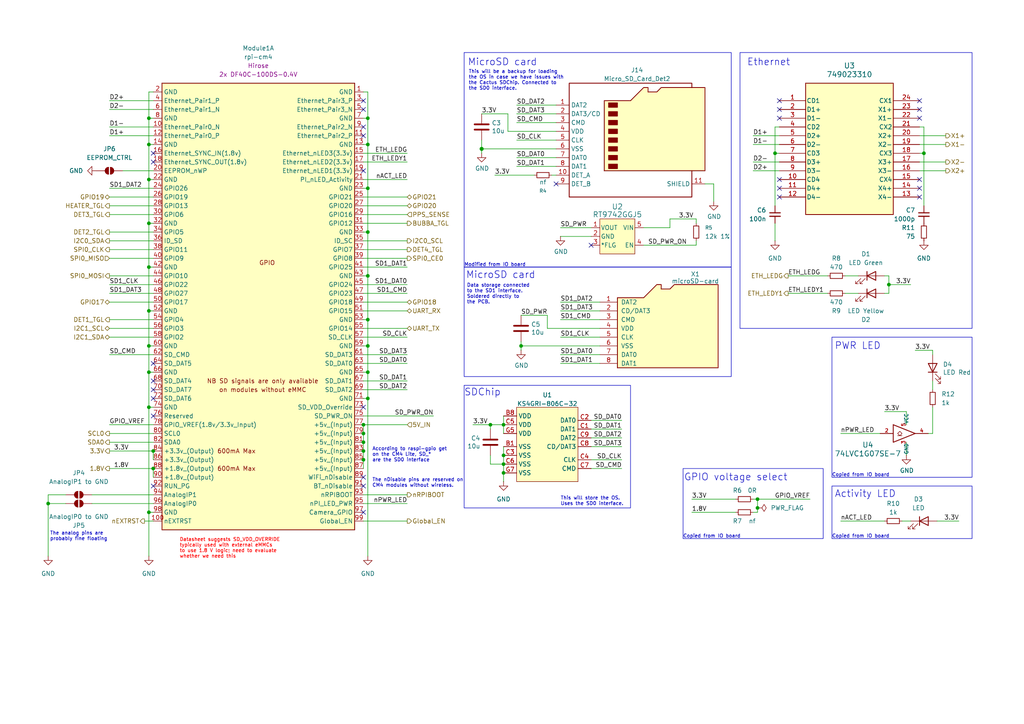
<source format=kicad_sch>
(kicad_sch (version 20250114) (generator "eeschema") (generator_version "9.0")
  (paper "A4")
  (title_block (title "CM4 GPIO interface") (date "2025-10-17") (rev "0.1"))
  (rectangle (start 241.3 140.97) (end 281.94 156.21))
  (rectangle (start 198.12 135.89) (end 238.76 156.21))
  (rectangle (start 134.62 77.47) (end 212.09 109.22))
  (rectangle (start 308.61 5.08) (end 372.11 71.12))
  (rectangle (start 214.63 15.24) (end 281.94 95.25))
  (rectangle (start 134.62 111.76) (end 182.88 147.32))
  (rectangle (start 134.62 15.24) (end 212.09 77.47))
  (rectangle (start 241.3 97.79) (end 281.94 138.43))
  (text "MicroSD card" (at 135.128 81.026 0) (effects (font (size 2 2)) (justify left bottom)))
  (text "Data storage connected\nto the SD1 interface.\nSoldered directly to\nthe PCB." (at 135.382 82.296 0) (effects (font (size 1 1)) (justify left top)))
  (text "Copied from IO board" (at 241.3 156.21 0) (effects (font (size 1 1)) (justify left bottom)))
  (text "This will be a backup for loading\nthe OS in case we have issues with\nthe Cactus SDChip. Connected to\nthe SD0 interface." (at 135.89 20.32 0) (effects (font (size 1 1)) (justify left top)))
  (text "PWR LED" (at 242.062 101.6 0) (effects (font (size 2 2)) (justify left bottom)))
  (text "Datasheet suggests SD_VDD_OVERRIDE\ntypically used with external eMMCs\nto use 1.8 V logic; need to evaluate\nwhether we need this" (at 52.07 162.052 0) (effects (font (size 1 1)) (justify left bottom)))
  (text "Ethernet" (at 216.662 19.304 0) (effects (font (size 2 2)) (justify left bottom)))
  (text "Copied from IO board" (at 198.12 156.21 0) (effects (font (size 1 1)) (justify left bottom)))
  (text "GPIO voltage select\n" (at 198.374 139.7 0) (effects (font (size 2 2)) (justify left bottom)))
  (text "Activity LED" (at 242.062 144.526 0) (effects (font (size 2 2)) (justify left bottom)))
  (text "Do we want same GND on\nboth sides of ethernet?\nLooks like that's how it's\ndone on the CM4IO board." (at 310.642 21.59 0) (effects (font (size 1.25 1.25)) (justify left bottom)))
  (text "According to raspi-gpio get\non the CM4 Lite, SD_*\nare the SD0 interface" (at 107.95 134.112 0) (effects (font (size 1 1)) (justify left bottom)))
  (text "Copied from IO board" (at 241.3 138.43 0) (effects (font (size 1 1)) (justify left bottom)))
  (text "The nDisable pins are reserved on\nCM4 modules without wireless." (at 107.95 141.478 0) (effects (font (size 1 1)) (justify left bottom)))
  (text "SDChip" (at 134.62 115.062 0) (effects (font (size 2 2)) (justify left bottom)))
  (text "MicroSD card" (at 135.636 19.304 0) (effects (font (size 2 2)) (justify left bottom)))
  (text "This will store the OS.\nUses the SD0 interface." (at 162.56 144.018 0) (effects (font (size 1 1)) (justify left top)))
  (text "The analog pins are\nprobably fine floating" (at 14.478 156.972 0) (effects (font (size 1 1)) (justify left bottom)))
  (text "Modified from IO board" (at 134.62 77.47 0) (effects (font (size 1 1)) (justify left bottom)))
  (text "What values of resistors and capacitors\ndo we need for ethernet?" (at 310.642 12.954 0) (effects (font (size 1.25 1.25)) (justify left bottom)))
  (junction (at 105.41 123.19))
  (junction (at 43.18 34.29))
  (junction (at 43.18 52.07))
  (junction (at 146.05 137.16))
  (junction (at 105.41 128.27))
  (junction (at 219.71 147.32))
  (junction (at 43.18 148.59))
  (junction (at 106.68 54.61))
  (junction (at 106.68 41.91))
  (junction (at 43.18 77.47))
  (junction (at 267.97 44.45))
  (junction (at 257.81 82.55))
  (junction (at 105.41 125.73))
  (junction (at 106.68 115.57))
  (junction (at 142.24 123.19))
  (junction (at 106.68 100.33))
  (junction (at 105.41 133.35))
  (junction (at 13.97 146.05))
  (junction (at 151.13 100.33))
  (junction (at 106.68 67.31))
  (junction (at 106.68 92.71))
  (junction (at 43.18 118.11))
  (junction (at 219.71 144.78))
  (junction (at 43.18 107.95))
  (junction (at 139.7 43.18) (diameter 1.016))
  (junction (at 146.05 123.19))
  (junction (at 43.18 41.91))
  (junction (at 106.68 107.95))
  (junction (at 105.41 130.81))
  (junction (at 44.45 130.81))
  (junction (at 106.68 34.29))
  (junction (at 146.05 134.62))
  (junction (at 44.45 135.89))
  (junction (at 146.05 132.08))
  (junction (at 224.79 44.45))
  (junction (at 106.68 80.01))
  (junction (at 43.18 90.17))
  (junction (at 43.18 64.77))
  (junction (at 43.18 100.33))
  (no_connect (at 226.06 52.07))
  (no_connect (at 266.7 34.29))
  (no_connect (at 105.41 29.21))
  (no_connect (at 44.45 115.57))
  (no_connect (at 105.41 36.83))
  (no_connect (at 226.06 54.61))
  (no_connect (at 266.7 52.07))
  (no_connect (at 105.41 39.37))
  (no_connect (at 226.06 57.15))
  (no_connect (at 226.06 29.21))
  (no_connect (at 105.41 49.53))
  (no_connect (at 266.7 57.15))
  (no_connect (at 105.41 140.97))
  (no_connect (at 266.7 31.75))
  (no_connect (at 105.41 138.43))
  (no_connect (at 105.41 118.11))
  (no_connect (at 44.45 140.97))
  (no_connect (at 44.45 113.03))
  (no_connect (at 105.41 148.59))
  (no_connect (at 44.45 46.99))
  (no_connect (at 44.45 110.49))
  (no_connect (at 105.41 31.75))
  (no_connect (at 44.45 120.65))
  (no_connect (at 171.45 71.12))
  (no_connect (at 266.7 54.61))
  (no_connect (at 44.45 44.45))
  (no_connect (at 226.06 34.29))
  (no_connect (at 161.29 53.34))
  (no_connect (at 44.45 105.41))
  (no_connect (at 226.06 31.75))
  (no_connect (at 266.7 29.21))
  (wire (pts (xy 147.32 38.1) (xy 147.32 33.02)))
  (wire (pts (xy 105.41 74.93) (xy 118.11 74.93)))
  (wire (pts (xy 31.75 87.63) (xy 44.45 87.63)))
  (wire (pts (xy 267.97 36.83) (xy 267.97 44.45)))
  (wire (pts (xy 162.56 105.41) (xy 173.99 105.41)))
  (wire (pts (xy 224.79 44.45) (xy 226.06 44.45)))
  (wire (pts (xy 267.97 44.45) (xy 267.97 59.69)))
  (wire (pts (xy 106.68 107.95) (xy 106.68 115.57)))
  (wire (pts (xy 106.68 115.57) (xy 106.68 161.29)))
  (wire (pts (xy 171.45 133.35) (xy 180.34 133.35)))
  (wire (pts (xy 31.75 82.55) (xy 44.45 82.55)))
  (wire (pts (xy 218.44 46.99) (xy 226.06 46.99)))
  (wire (pts (xy 219.71 147.32) (xy 219.71 148.59)))
  (wire (pts (xy 158.75 91.44) (xy 158.75 95.25)))
  (wire (pts (xy 31.75 123.19) (xy 44.45 123.19)))
  (wire (pts (xy 139.7 43.18) (xy 161.29 43.18)))
  (wire (pts (xy 146.05 134.62) (xy 146.05 137.16)))
  (wire (pts (xy 106.68 34.29) (xy 106.68 41.91)))
  (wire (pts (xy 31.75 125.73) (xy 44.45 125.73)))
  (wire (pts (xy 31.75 128.27) (xy 44.45 128.27)))
  (wire (pts (xy 44.45 102.87) (xy 31.75 102.87)))
  (wire (pts (xy 270.51 110.49) (xy 270.51 113.03)))
  (wire (pts (xy 105.41 107.95) (xy 106.68 107.95)))
  (wire (pts (xy 44.45 59.69) (xy 31.75 59.69)))
  (wire (pts (xy 31.75 80.01) (xy 44.45 80.01)))
  (wire (pts (xy 13.97 146.05) (xy 13.97 161.29)))
  (wire (pts (xy 151.13 99.06) (xy 151.13 100.33)))
  (wire (pts (xy 245.11 85.09) (xy 248.92 85.09)))
  (wire (pts (xy 201.93 64.77) (xy 201.93 63.5)))
  (wire (pts (xy 151.13 101.6) (xy 151.13 100.33)))
  (wire (pts (xy 43.18 34.29) (xy 43.18 41.91)))
  (wire (pts (xy 105.41 105.41) (xy 118.11 105.41)))
  (wire (pts (xy 224.79 44.45) (xy 224.79 59.69)))
  (wire (pts (xy 158.75 95.25) (xy 173.99 95.25)))
  (wire (pts (xy 219.71 144.78) (xy 219.71 147.32)))
  (wire (pts (xy 161.29 40.64) (xy 149.86 40.64)))
  (wire (pts (xy 31.75 135.89) (xy 44.45 135.89)))
  (wire (pts (xy 106.68 92.71) (xy 106.68 100.33)))
  (wire (pts (xy 218.44 41.91) (xy 226.06 41.91)))
  (wire (pts (xy 142.24 124.46) (xy 142.24 123.19)))
  (wire (pts (xy 43.18 41.91) (xy 44.45 41.91)))
  (wire (pts (xy 105.41 52.07) (xy 118.11 52.07)))
  (wire (pts (xy 262.89 123.19) (xy 262.89 119.38)))
  (wire (pts (xy 162.56 102.87) (xy 173.99 102.87)))
  (wire (pts (xy 105.41 95.25) (xy 118.11 95.25)))
  (wire (pts (xy 161.29 33.02) (xy 149.86 33.02)))
  (wire (pts (xy 200.66 144.78) (xy 213.36 144.78)))
  (wire (pts (xy 105.41 77.47) (xy 118.11 77.47)))
  (wire (pts (xy 31.75 74.93) (xy 44.45 74.93)))
  (wire (pts (xy 19.05 143.51) (xy 13.97 143.51)))
  (wire (pts (xy 218.44 144.78) (xy 219.71 144.78)))
  (wire (pts (xy 257.81 82.55) (xy 257.81 85.09)))
  (wire (pts (xy 139.7 33.02) (xy 147.32 33.02)))
  (wire (pts (xy 171.45 127) (xy 180.34 127)))
  (wire (pts (xy 149.86 30.48) (xy 161.29 30.48)))
  (wire (pts (xy 226.06 36.83) (xy 224.79 36.83)))
  (wire (pts (xy 105.41 41.91) (xy 106.68 41.91)))
  (wire (pts (xy 43.18 118.11) (xy 43.18 148.59)))
  (wire (pts (xy 137.16 123.19) (xy 142.24 123.19)))
  (wire (pts (xy 228.6 80.01) (xy 240.03 80.01)))
  (wire (pts (xy 43.18 100.33) (xy 43.18 107.95)))
  (wire (pts (xy 270.51 125.73) (xy 269.24 125.73)))
  (wire (pts (xy 266.7 36.83) (xy 267.97 36.83)))
  (wire (pts (xy 106.68 41.91) (xy 106.68 54.61)))
  (wire (pts (xy 43.18 100.33) (xy 44.45 100.33)))
  (wire (pts (xy 105.41 92.71) (xy 106.68 92.71)))
  (wire (pts (xy 142.24 132.08) (xy 142.24 134.62)))
  (wire (pts (xy 41.91 151.13) (xy 44.45 151.13)))
  (wire (pts (xy 142.24 134.62) (xy 146.05 134.62)))
  (wire (pts (xy 44.45 135.89) (xy 44.45 138.43)))
  (wire (pts (xy 160.02 50.8) (xy 161.29 50.8)))
  (wire (pts (xy 204.47 53.34) (xy 207.01 53.34)))
  (wire (pts (xy 270.51 101.6) (xy 270.51 102.87)))
  (wire (pts (xy 266.7 44.45) (xy 267.97 44.45)))
  (wire (pts (xy 31.75 92.71) (xy 44.45 92.71)))
  (wire (pts (xy 271.78 151.13) (xy 278.13 151.13)))
  (wire (pts (xy 224.79 64.77) (xy 224.79 69.85)))
  (wire (pts (xy 43.18 64.77) (xy 43.18 77.47)))
  (wire (pts (xy 186.69 71.12) (xy 201.93 71.12)))
  (wire (pts (xy 105.41 125.73) (xy 105.41 128.27)))
  (wire (pts (xy 194.31 63.5) (xy 201.93 63.5)))
  (wire (pts (xy 106.68 26.67) (xy 106.68 34.29)))
  (wire (pts (xy 105.41 80.01) (xy 106.68 80.01)))
  (wire (pts (xy 105.41 34.29) (xy 106.68 34.29)))
  (wire (pts (xy 105.41 90.17) (xy 118.11 90.17)))
  (wire (pts (xy 105.41 133.35) (xy 105.41 135.89)))
  (wire (pts (xy 43.18 90.17) (xy 44.45 90.17)))
  (wire (pts (xy 31.75 130.81) (xy 44.45 130.81)))
  (wire (pts (xy 118.11 44.45) (xy 105.41 44.45)))
  (wire (pts (xy 257.81 82.55) (xy 264.16 82.55)))
  (wire (pts (xy 243.84 151.13) (xy 256.54 151.13)))
  (wire (pts (xy 105.41 82.55) (xy 118.11 82.55)))
  (wire (pts (xy 43.18 52.07) (xy 43.18 64.77)))
  (wire (pts (xy 257.81 80.01) (xy 257.81 82.55)))
  (wire (pts (xy 265.43 101.6) (xy 270.51 101.6)))
  (wire (pts (xy 105.41 146.05) (xy 118.11 146.05)))
  (wire (pts (xy 186.69 66.04) (xy 194.31 66.04)))
  (wire (pts (xy 142.24 123.19) (xy 146.05 123.19)))
  (wire (pts (xy 43.18 52.07) (xy 44.45 52.07)))
  (wire (pts (xy 43.18 64.77) (xy 44.45 64.77)))
  (wire (pts (xy 171.45 135.89) (xy 180.34 135.89)))
  (wire (pts (xy 139.7 43.18) (xy 139.7 44.45)))
  (wire (pts (xy 31.75 95.25) (xy 44.45 95.25)))
  (wire (pts (xy 257.81 85.09) (xy 256.54 85.09)))
  (wire (pts (xy 105.41 151.13) (xy 118.11 151.13)))
  (wire (pts (xy 31.75 69.85) (xy 44.45 69.85)))
  (wire (pts (xy 35.56 49.53) (xy 44.45 49.53)))
  (wire (pts (xy 105.41 67.31) (xy 106.68 67.31)))
  (wire (pts (xy 162.56 97.79) (xy 173.99 97.79)))
  (wire (pts (xy 31.75 72.39) (xy 44.45 72.39)))
  (wire (pts (xy 146.05 120.65) (xy 146.05 123.19)))
  (wire (pts (xy 162.56 92.71) (xy 173.99 92.71)))
  (wire (pts (xy 146.05 132.08) (xy 146.05 134.62)))
  (wire (pts (xy 218.44 148.59) (xy 219.71 148.59)))
  (wire (pts (xy 105.41 26.67) (xy 106.68 26.67)))
  (wire (pts (xy 44.45 130.81) (xy 44.45 133.35)))
  (wire (pts (xy 149.86 45.72) (xy 161.29 45.72)))
  (wire (pts (xy 106.68 67.31) (xy 106.68 80.01)))
  (wire (pts (xy 171.45 129.54) (xy 180.34 129.54)))
  (wire (pts (xy 105.41 87.63) (xy 118.11 87.63)))
  (wire (pts (xy 43.18 77.47) (xy 43.18 90.17)))
  (wire (pts (xy 162.56 87.63) (xy 173.99 87.63)))
  (wire (pts (xy 105.41 102.87) (xy 118.11 102.87)))
  (wire (pts (xy 207.01 53.34) (xy 207.01 58.42)))
  (wire (pts (xy 105.41 123.19) (xy 118.11 123.19)))
  (wire (pts (xy 105.41 115.57) (xy 106.68 115.57)))
  (wire (pts (xy 266.7 41.91) (xy 274.32 41.91)))
  (wire (pts (xy 31.75 31.75) (xy 44.45 31.75)))
  (wire (pts (xy 43.18 41.91) (xy 43.18 52.07)))
  (wire (pts (xy 105.41 46.99) (xy 118.11 46.99)))
  (wire (pts (xy 105.41 123.19) (xy 105.41 125.73)))
  (wire (pts (xy 105.41 59.69) (xy 118.11 59.69)))
  (wire (pts (xy 31.75 97.79) (xy 44.45 97.79)))
  (wire (pts (xy 43.18 148.59) (xy 44.45 148.59)))
  (wire (pts (xy 218.44 49.53) (xy 226.06 49.53)))
  (wire (pts (xy 105.41 110.49) (xy 118.11 110.49)))
  (wire (pts (xy 151.13 100.33) (xy 173.99 100.33)))
  (wire (pts (xy 149.86 35.56) (xy 161.29 35.56)))
  (wire (pts (xy 256.54 80.01) (xy 257.81 80.01)))
  (wire (pts (xy 43.18 26.67) (xy 43.18 34.29)))
  (wire (pts (xy 105.41 62.23) (xy 118.11 62.23)))
  (wire (pts (xy 151.13 91.44) (xy 158.75 91.44)))
  (wire (pts (xy 105.41 130.81) (xy 105.41 133.35)))
  (wire (pts (xy 171.45 68.58) (xy 162.56 68.58)))
  (wire (pts (xy 200.66 148.59) (xy 213.36 148.59)))
  (wire (pts (xy 105.41 54.61) (xy 106.68 54.61)))
  (wire (pts (xy 31.75 67.31) (xy 44.45 67.31)))
  (wire (pts (xy 245.11 80.01) (xy 248.92 80.01)))
  (wire (pts (xy 105.41 113.03) (xy 118.11 113.03)))
  (wire (pts (xy 243.84 125.73) (xy 255.27 125.73)))
  (wire (pts (xy 118.11 69.85) (xy 105.41 69.85)))
  (wire (pts (xy 105.41 100.33) (xy 106.68 100.33)))
  (wire (pts (xy 105.41 128.27) (xy 105.41 130.81)))
  (wire (pts (xy 162.56 90.17) (xy 173.99 90.17)))
  (wire (pts (xy 43.18 118.11) (xy 44.45 118.11)))
  (wire (pts (xy 13.97 143.51) (xy 13.97 146.05)))
  (wire (pts (xy 118.11 72.39) (xy 105.41 72.39)))
  (wire (pts (xy 266.7 49.53) (xy 274.32 49.53)))
  (wire (pts (xy 270.51 118.11) (xy 270.51 125.73)))
  (wire (pts (xy 26.67 146.05) (xy 44.45 146.05)))
  (wire (pts (xy 218.44 39.37) (xy 226.06 39.37)))
  (wire (pts (xy 262.89 119.38) (xy 256.54 119.38)))
  (wire (pts (xy 171.45 121.92) (xy 180.34 121.92)))
  (wire (pts (xy 162.56 66.04) (xy 171.45 66.04)))
  (wire (pts (xy 219.71 144.78) (xy 234.95 144.78)))
  (wire (pts (xy 31.75 85.09) (xy 44.45 85.09)))
  (wire (pts (xy 201.93 69.85) (xy 201.93 71.12)))
  (wire (pts (xy 146.05 129.54) (xy 146.05 132.08)))
  (wire (pts (xy 43.18 34.29) (xy 44.45 34.29)))
  (wire (pts (xy 43.18 148.59) (xy 43.18 161.29)))
  (wire (pts (xy 180.34 124.46) (xy 171.45 124.46)))
  (wire (pts (xy 106.68 80.01) (xy 106.68 92.71)))
  (wire (pts (xy 105.41 57.15) (xy 118.11 57.15)))
  (wire (pts (xy 161.29 38.1) (xy 147.32 38.1)))
  (wire (pts (xy 43.18 107.95) (xy 43.18 118.11)))
  (wire (pts (xy 31.75 39.37) (xy 44.45 39.37)))
  (wire (pts (xy 106.68 54.61) (xy 106.68 67.31)))
  (wire (pts (xy 26.67 143.51) (xy 44.45 143.51)))
  (wire (pts (xy 139.7 40.64) (xy 139.7 43.18)))
  (wire (pts (xy 194.31 63.5) (xy 194.31 66.04)))
  (wire (pts (xy 146.05 123.19) (xy 146.05 125.73)))
  (wire (pts (xy 43.18 107.95) (xy 44.45 107.95)))
  (wire (pts (xy 105.41 143.51) (xy 118.11 143.51)))
  (wire (pts (xy 261.62 151.13) (xy 264.16 151.13)))
  (wire (pts (xy 105.41 64.77) (xy 118.11 64.77)))
  (wire (pts (xy 105.41 85.09) (xy 118.11 85.09)))
  (wire (pts (xy 43.18 90.17) (xy 43.18 100.33)))
  (wire (pts (xy 105.41 97.79) (xy 118.11 97.79)))
  (wire (pts (xy 44.45 62.23) (xy 31.75 62.23)))
  (wire (pts (xy 143.51 50.8) (xy 154.94 50.8)))
  (wire (pts (xy 266.7 39.37) (xy 274.32 39.37)))
  (wire (pts (xy 13.97 146.05) (xy 19.05 146.05)))
  (wire (pts (xy 43.18 77.47) (xy 44.45 77.47)))
  (wire (pts (xy 44.45 54.61) (xy 31.75 54.61)))
  (wire (pts (xy 44.45 26.67) (xy 43.18 26.67)))
  (wire (pts (xy 228.6 85.09) (xy 240.03 85.09)))
  (wire (pts (xy 31.75 36.83) (xy 44.45 36.83)))
  (wire (pts (xy 266.7 46.99) (xy 274.32 46.99)))
  (wire (pts (xy 224.79 36.83) (xy 224.79 44.45)))
  (wire (pts (xy 31.75 29.21) (xy 44.45 29.21)))
  (wire (pts (xy 146.05 137.16) (xy 146.05 139.7)))
  (wire (pts (xy 161.29 48.26) (xy 149.86 48.26)))
  (wire (pts (xy 44.45 57.15) (xy 31.75 57.15)))
  (wire (pts (xy 262.89 128.27) (xy 262.89 132.08)))
  (wire (pts (xy 105.41 120.65) (xy 125.73 120.65)))
  (wire (pts (xy 106.68 100.33) (xy 106.68 107.95)))
  (label "3.3V" (at 256.54 119.38 0))
  (label "D1-" (at 218.44 41.91 0))
  (label "3.3V" (at 139.7 33.02 0))
  (label "D2-" (at 218.44 46.99 0))
  (label "ETH_LEDY1" (at 118.11 46.99 180))
  (label "nPWR_LED" (at 243.84 125.73 0))
  (label "D1+" (at 218.44 39.37 0))
  (label "1.8V" (at 200.66 148.59 0))
  (label "ETH_LEDG" (at 118.11 44.45 180))
  (label "ETH_LEDY1" (at 228.6 85.09 0))
  (label "SD1_DAT1" (at 162.56 105.41 0))
  (label "SD_PWR_ON" (at 187.96 71.12 0))
  (label "SD1_DAT0" (at 162.56 102.87 0))
  (label "SD_CMD" (at 180.34 135.89 180))
  (label "SD1_CMD" (at 162.56 92.71 0))
  (label "SD_DAT0" (at 118.11 105.41 180))
  (label "SD1_DAT1" (at 118.11 77.47 180))
  (label "3.3V" (at 196.85 63.5 0))
  (label "3.3V" (at 33.02 130.81 0))
  (label "SD_CLK" (at 118.11 97.79 180))
  (label "3.3V" (at 265.43 101.6 0))
  (label "SD_DAT1" (at 149.86 48.26 0))
  (label "D1+" (at 31.75 39.37 0))
  (label "SD_DAT3" (at 149.86 33.02 0))
  (label "3.3V" (at 200.66 144.78 0))
  (label "SD_CLK" (at 149.86 40.64 0))
  (label "D2-" (at 31.75 31.75 0))
  (label "SD_PWR" (at 162.56 66.04 0))
  (label "SD1_DAT2" (at 162.56 87.63 0))
  (label "SD1_CLK" (at 31.75 82.55 0))
  (label "nPWR_LED" (at 118.11 146.05 180))
  (label "SD_DAT2" (at 149.86 30.48 0))
  (label "3.3V" (at 278.13 151.13 180))
  (label "3.3V" (at 137.16 123.19 0))
  (label "SD_DAT2" (at 180.34 127 180))
  (label "ETH_LEDG" (at 228.6 80.01 0))
  (label "nACT_LED" (at 243.84 151.13 0))
  (label "SD1_CMD" (at 118.11 85.09 180))
  (label "SD1_CLK" (at 162.56 97.79 0))
  (label "SD1_DAT0" (at 118.11 82.55 180))
  (label "D1-" (at 31.75 36.83 0))
  (label "GPIO_VREF" (at 234.95 144.78 180))
  (label "GPIO_VREF" (at 31.75 123.19 0))
  (label "SD_DAT2" (at 118.11 113.03 180))
  (label "SD_DAT3" (at 118.11 102.87 180))
  (label "SD_DAT1" (at 180.34 124.46 180))
  (label "SD_PWR" (at 151.13 91.44 0))
  (label "3.3V" (at 264.16 82.55 180))
  (label "D2+" (at 31.75 29.21 0))
  (label "SD_CMD" (at 149.86 35.56 0))
  (label "SD1_DAT3" (at 162.56 90.17 0))
  (label "SD_DAT0" (at 149.86 45.72 0))
  (label "3.3V" (at 143.51 50.8 0))
  (label "nACT_LED" (at 118.11 52.07 180))
  (label "SD_DAT3" (at 180.34 129.54 180))
  (label "SD_CMD" (at 31.75 102.87 0))
  (label "SD_DAT0" (at 180.34 121.92 180))
  (label "SD_CLK" (at 180.34 133.35 180))
  (label "SD1_DAT3" (at 31.75 85.09 0))
  (label "D2+" (at 218.44 49.53 0))
  (label "1.8V" (at 33.02 135.89 0))
  (label "SD_PWR_ON" (at 125.73 120.65 180))
  (label "SD1_DAT2" (at 31.75 54.61 0))
  (label "SD_DAT1" (at 118.11 110.49 180))
  (hierarchical_label "I2C0_SCL" (shape output) (at 118.11 69.85 0))
  (hierarchical_label "X2+" (shape output) (at 274.32 49.53 0))
  (hierarchical_label "SPI0_CLK" (shape output) (at 31.75 72.39 180))
  (hierarchical_label "SPI0_MISO" (shape input) (at 31.75 74.93 180))
  (hierarchical_label "I2C1_SCL" (shape bidirectional) (at 31.75 95.25 180))
  (hierarchical_label "DET3_TGL" (shape output) (at 31.75 62.23 180))
  (hierarchical_label "BUBBA_TGL" (shape output) (at 118.11 64.77 0))
  (hierarchical_label "I2C0_SDA" (shape output) (at 31.75 69.85 180))
  (hierarchical_label "nEXTRST" (shape output) (at 41.91 151.13 180))
  (hierarchical_label "1.8V" (shape output) (at 31.75 135.89 180))
  (hierarchical_label "Global_EN" (shape output) (at 118.11 151.13 0))
  (hierarchical_label "UART_TX" (shape bidirectional) (at 118.11 95.25 0))
  (hierarchical_label "HEATER_TGL" (shape output) (at 31.75 59.69 180))
  (hierarchical_label "GPIO19" (shape bidirectional) (at 31.75 57.15 180))
  (hierarchical_label "DET1_TGL" (shape output) (at 31.75 92.71 180))
  (hierarchical_label "DET4_TGL" (shape output) (at 118.11 72.39 0))
  (hierarchical_label "SDA0" (shape output) (at 31.75 128.27 180))
  (hierarchical_label "DET2_TGL" (shape output) (at 31.75 67.31 180))
  (hierarchical_label "UART_RX" (shape bidirectional) (at 118.11 90.17 0))
  (hierarchical_label "SPI0_MOSI" (shape output) (at 31.75 80.01 180))
  (hierarchical_label "I2C1_SDA" (shape bidirectional) (at 31.75 97.79 180))
  (hierarchical_label "SPI0_CE0" (shape output) (at 118.11 74.93 0))
  (hierarchical_label "X1+" (shape output) (at 274.32 39.37 0))
  (hierarchical_label "X2-" (shape output) (at 274.32 46.99 0))
  (hierarchical_label "ETH_LEDY1" (shape output) (at 228.6 85.09 180))
  (hierarchical_label "PPS_SENSE" (shape input) (at 118.11 62.23 0))
  (hierarchical_label "GPIO20" (shape bidirectional) (at 118.11 59.69 0))
  (hierarchical_label "ETH_LEDG" (shape output) (at 228.6 80.01 180))
  (hierarchical_label "GPIO18" (shape bidirectional) (at 118.11 87.63 0))
  (hierarchical_label "SCL0" (shape output) (at 31.75 125.73 180))
  (hierarchical_label "5V_IN" (shape input) (at 118.11 123.19 0))
  (hierarchical_label "3.3V" (shape output) (at 31.75 130.81 180))
  (hierarchical_label "X1-" (shape output) (at 274.32 41.91 0))
  (hierarchical_label "nRPIBOOT" (shape output) (at 118.11 143.51 0))
  (hierarchical_label "GPIO17" (shape bidirectional) (at 31.75 87.63 180))
  (hierarchical_label "GPIO21" (shape bidirectional) (at 118.11 57.15 0))
  (symbol (lib_id "power:GND") (at 162.56 68.58 0) (unit 1)
    (property "Reference" "#PWR020" (effects (hide yes)))
    (property "Value" "GND" (at 162.687 72.9742 0))
  )
  (symbol (lib_id "Device:C") (at 139.7 36.83 0) (unit 1)
    (property "Reference" "C3" (at 142.621 35.6616 0) (effects (justify left)))
    (property "Value" "10u" (at 142.621 37.973 0) (effects (justify left)))
    (property "Footprint" "Capacitor_SMD:C_1206_3216Metric" (effects (hide yes)))
    (property "Datasheet" "https://search.murata.co.jp/Ceramy/image/img/A01X/G101/ENG/GRM21BR71A106KA73-01.pdf" (effects (hide yes)))
    (property "Field5" "490-14381-1-ND" (effects (hide yes)))
    (property "Field4" "Digikey" (effects (hide yes)))
    (property "Field6" "GRM21BR71A106KA73L" (effects (hide yes)))
    (property "Field7" "Murata" (effects (hide yes)))
    (property "Part Description" "	10uF 10% 10V Ceramic Capacitor X7R 0805 (2012 Metric)" (effects (hide yes)))
    (property "Field8" "111893011" (effects (hide yes)))
  )
  (symbol (lib_id "power:GND") (at 139.7 44.45 0) (unit 1)
    (property "Reference" "#PWR017" (effects (hide yes)))
    (property "Value" "GND" (at 139.827 48.8442 0))
  )
  (symbol (lib_id "power:GND") (at 207.01 58.42 0) (unit 1)
    (property "Reference" "#PWR021" (effects (hide yes)))
    (property "Value" "GND" (at 207.137 62.8142 0))
  )
  (symbol (lib_id "Jumper:SolderJumper_2_Open") (at 22.86 146.05 0) (mirror x) (unit 1) (in_bom no)
    (property "Reference" "JP5" (at 22.86 152.4 0))
    (property "Value" "AnalogIP0 to GND" (at 22.86 149.86 0))
    (property "Footprint" "Jumper:SolderJumper-2_P1.3mm_Open_Pad1.0x1.5mm" (effects (hide yes)))
    (property "Description" "Solder Jumper, 2-pole, open" (effects (hide yes)))
  )
  (symbol (lib_id "Device:R_Small") (at 242.57 85.09 90) (mirror x) (unit 1)
    (property "Reference" "R9" (at 242.57 90.17 90))
    (property "Value" "470" (at 242.57 87.63 90))
    (property "Footprint" "Resistor_SMD:R_1206_3216Metric" (effects (hide yes)))
    (property "Description" "Resistor, small symbol" (effects (hide yes)))
  )
  (symbol (lib_id "Device:R_Small") (at 215.9 148.59 90) (mirror x) (unit 1)
    (property "Reference" "R7" (at 213.868 151.13 90))
    (property "Value" "nf" (at 218.186 151.13 90))
    (property "Footprint" "Resistor_SMD:R_1206_3216Metric_Pad1.30x1.75mm_HandSolder" (effects (hide yes)))
    (property "Description" "Resistor, small symbol" (effects (hide yes)))
  )
  (symbol (lib_id "power:GND") (at 151.13 101.6 0) (unit 1)
    (property "Reference" "#PWR019" (effects (hide yes)))
    (property "Value" "GND" (at 151.257 105.9942 0))
  )
  (symbol (lib_id "power:GND") (at 13.97 161.29 0) (unit 1)
    (property "Reference" "#PWR013" (effects (hide yes)))
    (property "Value" "GND" (at 13.97 166.37 0))
    (property "Description" "Power symbol creates a global label with name \"GND\" , ground" (effects (hide yes)))
  )
  (symbol (lib_id "Device:R_Small") (at 270.51 115.57 0) (mirror y) (unit 1)
    (property "Reference" "R12" (at 273.05 114.2999 0) (effects (justify right)))
    (property "Value" "1k" (at 273.05 116.8399 0) (effects (justify right)))
    (property "Footprint" "Resistor_SMD:R_1206_3216Metric" (effects (hide yes)))
    (property "Description" "Resistor, small symbol" (effects (hide yes)))
  )
  (symbol (lib_id "Device:LED") (at 270.51 106.68 90) (unit 1)
    (property "Reference" "D4" (at 273.4818 105.6894 90) (effects (justify right)))
    (property "Value" "LED Red" (at 273.4818 108.0008 90) (effects (justify right)))
    (property "Footprint" "LED_SMD:LED_0603_1608Metric" (effects (hide yes)))
    (property "Description" "Light emitting diode" (effects (hide yes)))
    (property "Field4" "Digikey " (effects (hide yes)))
    (property "Field5" "	LTST-S270KRKT" (effects (hide yes)))
    (property "Field6" "SML-A12U8TT86Q" (effects (hide yes)))
    (property "Field7" "Rohm" (effects (hide yes)))
    (property "Field8" "650295101" (effects (hide yes)))
    (property "Part Description" "	Red 620nm LED Indication - Discrete 2.2V 2-SMD, No Lead" (effects (hide yes)))
    (property "Sim.Pins" "1=K 2=A" (effects (hide yes)))
  )
  (symbol (lib_id "power:GND") (at 106.68 161.29 0) (unit 1)
    (property "Reference" "#PWR016" (effects (hide yes)))
    (property "Value" "GND" (at 106.68 166.37 0))
    (property "Description" "Power symbol creates a global label with name \"GND\" , ground" (effects (hide yes)))
  )
  (symbol (lib_id "fc-board:Micro_SD_Card_Det2") (at 184.15 40.64 0) (unit 1)
    (property "Reference" "J14" (at 184.785 20.32 0))
    (property "Value" "Micro_SD_Card_Det2" (at 184.785 22.86 0))
    (property "Footprint" "fc-board:molex-503398-1892" (effects (hide yes)))
    (property "Datasheet" "https://www.hirose.com/en/product/document?clcode=&productname=&series=DM3&documenttype=Catalog&lang=en&documentid=D49662_en" (effects (hide yes)))
    (property "Description" "Micro SD Card Socket with two card detection pins" (effects (hide yes)))
  )
  (symbol (lib_id "fc-board:KS4GRI-806C-32") (at 158.75 129.54 0) (unit 1)
    (property "Reference" "U1" (at 158.75 114.554 0))
    (property "Value" "KS4GRI-806C-32" (at 158.75 117.094 0))
    (property "Footprint" "fc-board:KS4GRI-806C-32" (effects (hide yes)))
    (property "Datasheet" "https://cactustech.egnyte.com/dl/xKqCPKVW979D" (effects (hide yes)))
  )
  (symbol (lib_id "Device:C_Small") (at 267.97 62.23 0) (unit 1)
    (property "Reference" "C7" (at 265.43 60.9662 0) (effects (justify right)))
    (property "Value" "1000p" (at 265.43 63.5062 0) (effects (justify right)))
    (property "Footprint" "Capacitor_SMD:C_1206_3216Metric" (effects (hide yes)))
    (property "Description" "Unpolarized capacitor, small symbol" (effects (hide yes)))
  )
  (symbol (lib_id "fc-board:RT9742GGJ5") (at 179.07 68.58 0) (unit 1)
    (property "Reference" "U2" (at 179.07 59.944 0) (effects (font (size 1.524 1.524))))
    (property "Value" "RT9742GGJ5" (at 179.07 62.23 0) (effects (font (size 1.524 1.524))))
    (property "Footprint" "fc-board:RT9742GGJ5" (effects (hide yes)))
    (property "Datasheet" "RT9742GGJ5" (effects (hide yes)))
  )
  (symbol (lib_id "Device:LED") (at 252.73 80.01 0) (unit 1)
    (property "Reference" "D1" (at 251.1425 73.66 0))
    (property "Value" "LED Green" (at 251.1425 76.2 0))
    (property "Footprint" "LED_SMD:LED_0603_1608Metric" (effects (hide yes)))
    (property "Description" "Light emitting diode" (effects (hide yes)))
    (property "Sim.Pins" "1=K 2=A" (effects (hide yes)))
  )
  (symbol (lib_id "power:GND") (at 27.94 49.53 270) (unit 1)
    (property "Reference" "#PWR014" (effects (hide yes)))
    (property "Value" "GND" (at 24.13 49.5299 90) (effects (justify right)))
    (property "Description" "Power symbol creates a global label with name \"GND\" , ground" (effects (hide yes)))
  )
  (symbol (lib_id "Device:C") (at 142.24 128.27 0) (mirror y) (unit 1)
    (property "Reference" "C4" (at 139.319 127.1016 0) (effects (justify left)))
    (property "Value" "10u" (at 139.319 129.413 0) (effects (justify left)))
    (property "Footprint" "Capacitor_SMD:C_1206_3216Metric" (effects (hide yes)))
    (property "Datasheet" "https://search.murata.co.jp/Ceramy/image/img/A01X/G101/ENG/GRM21BR71A106KA73-01.pdf" (effects (hide yes)))
    (property "Field5" "490-14381-1-ND" (effects (hide yes)))
    (property "Field4" "Digikey" (effects (hide yes)))
    (property "Field6" "GRM21BR71A106KA73L" (effects (hide yes)))
    (property "Field7" "Murata" (effects (hide yes)))
    (property "Part Description" "	10uF 10% 10V Ceramic Capacitor X7R 0805 (2012 Metric)" (effects (hide yes)))
    (property "Field8" "111893011" (effects (hide yes)))
  )
  (symbol (lib_id "Device:R_Small") (at 259.08 151.13 90) (unit 1)
    (property "Reference" "R10" (at 259.08 146.05 90))
    (property "Value" "1k" (at 259.08 148.59 90))
    (property "Footprint" "Resistor_SMD:R_1206_3216Metric" (effects (hide yes)))
    (property "Description" "Resistor, small symbol" (effects (hide yes)))
  )
  (symbol (lib_id "power:GND") (at 146.05 139.7 0) (unit 1)
    (property "Reference" "#PWR018" (effects (hide yes)))
    (property "Value" "GND" (at 146.05 144.78 0))
    (property "Description" "Power symbol creates a global label with name \"GND\" , ground" (effects (hide yes)))
  )
  (symbol (lib_id "power:GND") (at 224.79 69.85 0) (unit 1)
    (property "Reference" "#PWR022" (effects (hide yes)))
    (property "Value" "GND" (at 224.79 74.93 0))
    (property "Description" "Power symbol creates a global label with name \"GND\" , ground" (effects (hide yes)))
  )
  (symbol (lib_id "fc-board:74LVC1G07SE-7") (at 261.62 125.73 0) (unit 1)
    (property "Reference" "U4" (at 251.714 129.032 0) (effects (font (size 1.524 1.524))))
    (property "Value" "74LVC1G07SE-7" (at 251.714 131.572 0) (effects (font (size 1.524 1.524))))
    (property "Footprint" "fc-board:74LVC1G07SE_7" (effects (hide yes)))
    (property "Datasheet" "https://www.diodes.com/assets/Datasheets/74LVC1G07.pdf" (effects (hide yes)))
    (property "Description" "Buffer, Non-Inverting 1 Element 1 Bit per Element Open Drain" (effects (hide yes)))
  )
  (symbol (lib_id "fc-board:749023310") (at 226.06 29.21 0) (unit 1)
    (property "Reference" "U3" (at 246.38 19.05 0) (effects (font (size 1.524 1.524))))
    (property "Value" "749023310" (at 246.38 21.59 0) (effects (font (size 1.524 1.524))))
    (property "Footprint" "fc-board:749023310" (effects (hide yes)))
    (property "Datasheet" "749023310" (effects (hide yes)))
  )
  (symbol (lib_id "Device:R_Small") (at 157.48 50.8 90) (unit 1)
    (property "Reference" "R4" (at 157.48 55.372 90) (effects (font (size 1.016 1.016))))
    (property "Value" "nf" (at 157.48 52.832 90))
    (property "Footprint" "Resistor_SMD:R_1206_3216Metric_Pad1.30x1.75mm_HandSolder" (effects (hide yes)))
    (property "Description" "Resistor, small symbol" (effects (hide yes)))
  )
  (symbol (lib_id "Device:R_Small") (at 215.9 144.78 90) (unit 1)
    (property "Reference" "R6" (at 213.868 142.24 90))
    (property "Value" "0R" (at 218.186 142.24 90))
    (property "Footprint" "Resistor_SMD:R_1206_3216Metric_Pad1.30x1.75mm_HandSolder" (effects (hide yes)))
    (property "Description" "Resistor, small symbol" (effects (hide yes)))
  )
  (symbol (lib_id "power:GND") (at 43.18 161.29 0) (unit 1)
    (property "Reference" "#PWR015" (effects (hide yes)))
    (property "Value" "GND" (at 43.18 166.37 0))
    (property "Description" "Power symbol creates a global label with name \"GND\" , ground" (effects (hide yes)))
  )
  (symbol (lib_id "fc-board:microSD-card") (at 194.31 95.25 0) (unit 1)
    (property "Reference" "X1" (at 201.676 79.502 0))
    (property "Value" "microSD-card" (at 201.676 81.534 0))
    (property "Footprint" "fc-board:microSD-card" (effects (hide yes)))
    (property "Description" "Modified from: https://www.dotmana.com/weblog/2015/08/microsd-card-reflow-quick-and-dirty-pcb-with-kicad/" (effects (hide yes)))
  )
  (symbol (lib_id "Device:C_Small") (at 224.79 62.23 0) (unit 1)
    (property "Reference" "C6" (at 222.25 60.9662 0) (effects (justify right)))
    (property "Value" "100n" (at 222.25 63.5062 0) (effects (justify right)))
    (property "Footprint" "Capacitor_SMD:C_1206_3216Metric" (effects (hide yes)))
    (property "Description" "Unpolarized capacitor, small symbol" (effects (hide yes)))
  )
  (symbol (lib_id "Device:C") (at 151.13 95.25 0) (unit 1)
    (property "Reference" "C5" (at 154.051 94.0816 0) (effects (justify left)))
    (property "Value" "10u" (at 154.051 96.393 0) (effects (justify left)))
    (property "Footprint" "Capacitor_SMD:C_1206_3216Metric" (effects (hide yes)))
    (property "Datasheet" "https://search.murata.co.jp/Ceramy/image/img/A01X/G101/ENG/GRM21BR71A106KA73-01.pdf" (effects (hide yes)))
    (property "Field5" "490-14381-1-ND" (effects (hide yes)))
    (property "Field4" "Digikey" (effects (hide yes)))
    (property "Field6" "GRM21BR71A106KA73L" (effects (hide yes)))
    (property "Field7" "Murata" (effects (hide yes)))
    (property "Part Description" "	10uF 10% 10V Ceramic Capacitor X7R 0805 (2012 Metric)" (effects (hide yes)))
    (property "Field8" "111893011" (effects (hide yes)))
  )
  (symbol (lib_id "power:GND") (at 267.97 69.85 0) (unit 1)
    (property "Reference" "#PWR024" (effects (hide yes)))
    (property "Value" "GND" (at 267.97 74.93 0))
    (property "Description" "Power symbol creates a global label with name \"GND\" , ground" (effects (hide yes)))
  )
  (symbol (lib_id "Device:R_Small") (at 242.57 80.01 90) (unit 1)
    (property "Reference" "R8" (at 242.57 74.93 90))
    (property "Value" "470" (at 242.57 77.47 90))
    (property "Footprint" "Resistor_SMD:R_1206_3216Metric" (effects (hide yes)))
    (property "Description" "Resistor, small symbol" (effects (hide yes)))
  )
  (symbol (lib_id "fc-board:rpi-cm4") (at 77.47 82.55 0) (unit 1)
    (property "Reference" "Module1" (at 74.93 13.97 0))
    (property "Value" "rpi-cm4" (at 74.93 16.51 0))
    (property "Footprint" "fc-board:rpi-cm4" (effects (hide yes)))
    (property "Field4" "Hirose" (at 74.93 19.05 0))
    (property "Field5" "2x DF40C-100DS-0.4V" (at 74.93 21.59 0))
  )
  (symbol (lib_id "Jumper:SolderJumper_2_Open") (at 31.75 49.53 0) (unit 1) (in_bom no)
    (property "Reference" "JP6" (at 31.75 43.18 0))
    (property "Value" "EEPROM_CTRL" (at 31.75 45.72 0))
    (property "Footprint" "Jumper:SolderJumper-2_P1.3mm_Open_Pad1.0x1.5mm" (effects (hide yes)))
    (property "Description" "Solder Jumper, 2-pole, open" (effects (hide yes)))
  )
  (symbol (lib_id "power:GND") (at 262.89 132.08 0) (unit 1)
    (property "Reference" "#PWR023" (effects (hide yes)))
    (property "Value" "GND" (at 263.017 136.4742 0))
    (property "Description" "Power symbol creates a global label with name \"GND\" , ground" (effects (hide yes)))
  )
  (symbol (lib_id "Device:R_Small") (at 267.97 67.31 0) (unit 1)
    (property "Reference" "R11" (at 265.43 66.0399 0) (effects (justify right)))
    (property "Value" "75" (at 265.43 68.5799 0) (effects (justify right)))
    (property "Footprint" "Resistor_SMD:R_1206_3216Metric" (effects (hide yes)))
    (property "Description" "Resistor, small symbol" (effects (hide yes)))
  )
  (symbol (lib_id "Jumper:SolderJumper_2_Open") (at 22.86 143.51 0) (unit 1) (in_bom no)
    (property "Reference" "JP4" (at 22.86 137.16 0))
    (property "Value" "AnalogIP1 to GND" (at 22.86 139.7 0))
    (property "Footprint" "Jumper:SolderJumper-2_P1.3mm_Open_Pad1.0x1.5mm" (effects (hide yes)))
    (property "Description" "Solder Jumper, 2-pole, open" (effects (hide yes)))
  )
  (symbol (lib_id "Device:LED") (at 252.73 85.09 0) (unit 1)
    (property "Reference" "D2" (at 251.1425 92.71 0))
    (property "Value" "LED Yellow" (at 251.1425 90.17 0))
    (property "Footprint" "LED_SMD:LED_0603_1608Metric" (effects (hide yes)))
    (property "Description" "Light emitting diode" (effects (hide yes)))
    (property "Sim.Pins" "1=K 2=A" (effects (hide yes)))
  )
  (symbol (lib_id "Device:R_Small") (at 201.93 67.31 0) (unit 1)
    (property "Reference" "R5" (at 204.47 66.0399 0) (effects (font (size 1.016 1.016)) (justify left)))
    (property "Value" "12k 1%" (at 204.47 68.5799 0) (effects (justify left)))
    (property "Footprint" "Resistor_SMD:R_1206_3216Metric" (effects (hide yes)))
    (property "Description" "Resistor, small symbol" (effects (hide yes)))
  )
  (symbol (lib_id "power:PWR_FLAG") (at 219.71 147.32 270) (unit 1)
    (property "Reference" "#FLG02" (effects (hide yes)))
    (property "Value" "PWR_FLAG" (at 223.52 147.3199 90) (effects (justify left)))
    (property "Description" "Special symbol for telling ERC where power comes from" (effects (hide yes)))
  )
  (symbol (lib_id "Device:LED") (at 267.97 151.13 0) (unit 1)
    (property "Reference" "D3" (at 266.3825 144.78 0))
    (property "Value" "LED" (at 266.3825 147.32 0))
    (property "Footprint" "LED_SMD:LED_0603_1608Metric" (effects (hide yes)))
    (property "Description" "Light emitting diode" (effects (hide yes)))
    (property "Sim.Pins" "1=K 2=A" (effects (hide yes)))
  )
)
</source>
